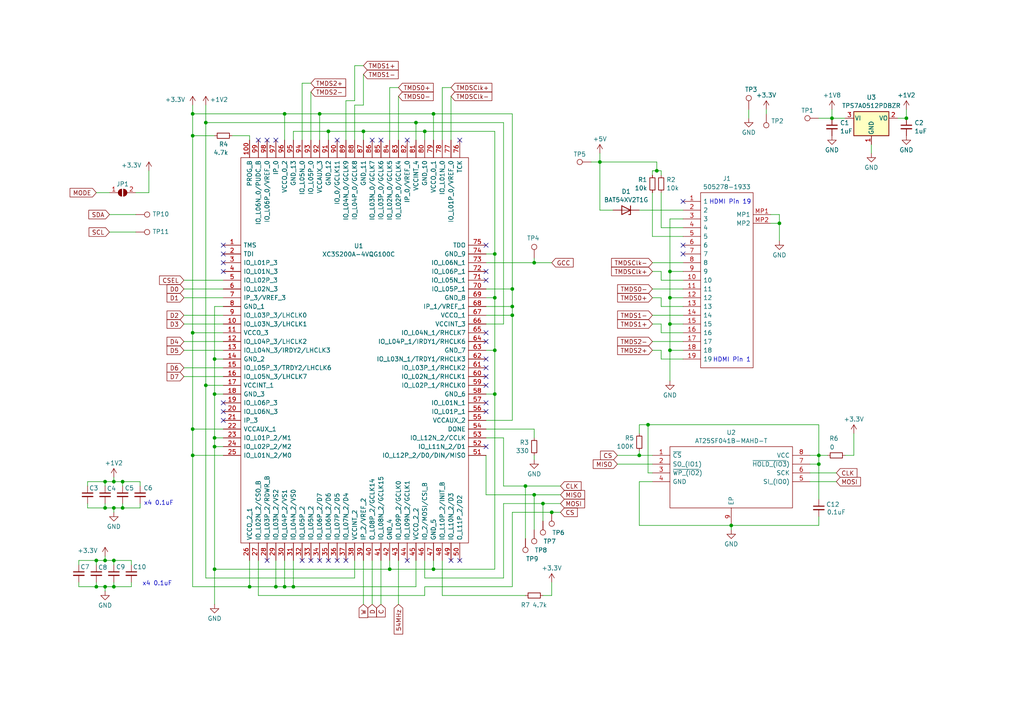
<source format=kicad_sch>
(kicad_sch (version 20240101) (generator "eeschema") (generator_version "8.99")
  (paper "A4")
  (junction (at 212.09 152.4))
  (junction (at 82.55 33.02))
  (junction (at 27.94 170.18))
  (junction (at 55.88 96.52))
  (junction (at 143.51 86.36))
  (junction (at 62.23 127))
  (junction (at 80.01 170.18))
  (junction (at 59.69 35.56))
  (junction (at 92.71 33.02))
  (junction (at 152.4 140.97))
  (junction (at 148.59 83.82))
  (junction (at 55.88 124.46))
  (junction (at 30.48 139.7))
  (junction (at 190.5 49.53))
  (junction (at 194.31 93.98))
  (junction (at 120.65 35.56))
  (junction (at 35.56 139.7))
  (junction (at 59.69 111.76))
  (junction (at 237.49 132.08))
  (junction (at 143.51 73.66))
  (junction (at 82.55 170.18))
  (junction (at 33.02 162.56))
  (junction (at 62.23 104.14))
  (junction (at 105.41 38.1))
  (junction (at 33.02 139.7))
  (junction (at 148.59 91.44))
  (junction (at 143.51 101.6))
  (junction (at 194.31 101.6))
  (junction (at 237.49 134.62))
  (junction (at 123.19 38.1))
  (junction (at 30.48 162.56))
  (junction (at 30.48 170.18))
  (junction (at 160.02 148.59))
  (junction (at 154.94 76.2))
  (junction (at 85.09 170.18))
  (junction (at 113.03 165.1))
  (junction (at 148.59 88.9))
  (junction (at 262.89 34.29))
  (junction (at 194.31 86.36))
  (junction (at 157.48 146.05))
  (junction (at 226.06 64.77))
  (junction (at 95.25 38.1))
  (junction (at 125.73 165.1))
  (junction (at 35.56 147.32))
  (junction (at 30.48 147.32))
  (junction (at 62.23 114.3))
  (junction (at 125.73 33.02))
  (junction (at 55.88 132.08))
  (junction (at 62.23 165.1))
  (junction (at 185.42 132.08))
  (junction (at 33.02 147.32))
  (junction (at 72.39 170.18))
  (junction (at 55.88 39.37))
  (junction (at 27.94 162.56))
  (junction (at 33.02 170.18))
  (junction (at 55.88 33.02))
  (junction (at 143.51 114.3))
  (junction (at 241.3 34.29))
  (junction (at 154.94 143.51))
  (junction (at 173.99 46.99))
  (junction (at 194.31 78.74))
  (junction (at 187.96 123.19))
  (junction (at 62.23 129.54))
  (no_connect (at 64.77 121.92))
  (no_connect (at 198.12 71.12))
  (no_connect (at 140.97 104.14))
  (no_connect (at 140.97 129.54))
  (no_connect (at 140.97 109.22))
  (no_connect (at 64.77 116.84))
  (no_connect (at 140.97 71.12))
  (no_connect (at 140.97 119.38))
  (no_connect (at 140.97 78.74))
  (no_connect (at 198.12 73.66))
  (no_connect (at 74.93 40.64))
  (no_connect (at 97.79 162.56))
  (no_connect (at 140.97 106.68))
  (no_connect (at 198.12 58.42))
  (no_connect (at 140.97 111.76))
  (no_connect (at 133.35 162.56))
  (no_connect (at 140.97 99.06))
  (no_connect (at 110.49 40.64))
  (no_connect (at 64.77 71.12))
  (no_connect (at 97.79 40.64))
  (no_connect (at 140.97 81.28))
  (no_connect (at 95.25 162.56))
  (no_connect (at 92.71 162.56))
  (no_connect (at 64.77 76.2))
  (no_connect (at 64.77 78.74))
  (no_connect (at 77.47 162.56))
  (no_connect (at 64.77 73.66))
  (no_connect (at 77.47 40.64))
  (no_connect (at 90.17 162.56))
  (no_connect (at 107.95 40.64))
  (no_connect (at 133.35 40.64))
  (no_connect (at 118.11 40.64))
  (no_connect (at 80.01 40.64))
  (no_connect (at 87.63 162.56))
  (no_connect (at 140.97 116.84))
  (no_connect (at 140.97 96.52))
  (no_connect (at 100.33 162.56))
  (no_connect (at 130.81 162.56))
  (no_connect (at 118.11 162.56))
  (no_connect (at 64.77 119.38))
  (wire (pts (xy 212.09 152.4) (xy 212.09 153.67)))
  (wire (pts (xy 33.02 139.7) (xy 35.56 139.7)))
  (wire (pts (xy 22.86 163.83) (xy 22.86 162.56)))
  (wire (pts (xy 148.59 121.92) (xy 140.97 121.92)))
  (wire (pts (xy 185.42 125.73) (xy 185.42 123.19)))
  (wire (pts (xy 113.03 25.4) (xy 113.03 40.64)))
  (wire (pts (xy 130.81 27.94) (xy 130.81 40.64)))
  (wire (pts (xy 189.23 49.53) (xy 190.5 49.53)))
  (wire (pts (xy 226.06 69.85) (xy 226.06 64.77)))
  (wire (pts (xy 148.59 33.02) (xy 148.59 83.82)))
  (wire (pts (xy 22.86 168.91) (xy 22.86 170.18)))
  (wire (pts (xy 53.34 99.06) (xy 64.77 99.06)))
  (wire (pts (xy 67.31 39.37) (xy 72.39 39.37)))
  (wire (pts (xy 27.94 168.91) (xy 27.94 170.18)))
  (wire (pts (xy 194.31 101.6) (xy 194.31 93.98)))
  (wire (pts (xy 146.05 93.98) (xy 140.97 93.98)))
  (wire (pts (xy 154.94 143.51) (xy 154.94 153.67)))
  (wire (pts (xy 143.51 73.66) (xy 143.51 38.1)))
  (wire (pts (xy 33.02 147.32) (xy 33.02 148.59)))
  (wire (pts (xy 27.94 162.56) (xy 27.94 163.83)))
  (wire (pts (xy 102.87 29.21) (xy 100.33 29.21)))
  (wire (pts (xy 62.23 127) (xy 64.77 127)))
  (wire (pts (xy 189.23 86.36) (xy 191.77 86.36)))
  (wire (pts (xy 74.93 162.56) (xy 74.93 172.72)))
  (wire (pts (xy 173.99 60.96) (xy 173.99 46.99)))
  (wire (pts (xy 189.23 101.6) (xy 191.77 101.6)))
  (wire (pts (xy 115.57 162.56) (xy 115.57 175.26)))
  (wire (pts (xy 173.99 44.45) (xy 173.99 46.99)))
  (wire (pts (xy 154.94 127) (xy 154.94 124.46)))
  (wire (pts (xy 226.06 62.23) (xy 223.52 62.23)))
  (wire (pts (xy 173.99 46.99) (xy 190.5 46.99)))
  (wire (pts (xy 59.69 167.64) (xy 102.87 167.64)))
  (wire (pts (xy 140.97 114.3) (xy 143.51 114.3)))
  (wire (pts (xy 62.23 165.1) (xy 113.03 165.1)))
  (wire (pts (xy 194.31 78.74) (xy 198.12 78.74)))
  (wire (pts (xy 95.25 38.1) (xy 95.25 40.64)))
  (wire (pts (xy 33.02 138.43) (xy 33.02 139.7)))
  (wire (pts (xy 185.42 60.96) (xy 198.12 60.96)))
  (wire (pts (xy 140.97 124.46) (xy 154.94 124.46)))
  (wire (pts (xy 260.35 34.29) (xy 262.89 34.29)))
  (wire (pts (xy 25.4 140.97) (xy 25.4 139.7)))
  (wire (pts (xy 30.48 170.18) (xy 33.02 170.18)))
  (wire (pts (xy 194.31 78.74) (xy 194.31 63.5)))
  (wire (pts (xy 148.59 91.44) (xy 148.59 121.92)))
  (wire (pts (xy 35.56 139.7) (xy 40.64 139.7)))
  (wire (pts (xy 146.05 167.64) (xy 146.05 146.05)))
  (wire (pts (xy 140.97 143.51) (xy 154.94 143.51)))
  (wire (pts (xy 53.34 83.82) (xy 64.77 83.82)))
  (wire (pts (xy 125.73 165.1) (xy 143.51 165.1)))
  (wire (pts (xy 35.56 139.7) (xy 35.56 140.97)))
  (wire (pts (xy 92.71 33.02) (xy 92.71 40.64)))
  (wire (pts (xy 25.4 146.05) (xy 25.4 147.32)))
  (wire (pts (xy 189.23 93.98) (xy 191.77 93.98)))
  (wire (pts (xy 31.75 62.23) (xy 39.37 62.23)))
  (wire (pts (xy 25.4 139.7) (xy 30.48 139.7)))
  (wire (pts (xy 80.01 170.18) (xy 82.55 170.18)))
  (wire (pts (xy 38.1 163.83) (xy 38.1 162.56)))
  (wire (pts (xy 30.48 146.05) (xy 30.48 147.32)))
  (wire (pts (xy 102.87 30.48) (xy 105.41 30.48)))
  (wire (pts (xy 59.69 35.56) (xy 59.69 111.76)))
  (wire (pts (xy 189.23 83.82) (xy 198.12 83.82)))
  (wire (pts (xy 140.97 76.2) (xy 154.94 76.2)))
  (wire (pts (xy 55.88 96.52) (xy 64.77 96.52)))
  (wire (pts (xy 38.1 168.91) (xy 38.1 170.18)))
  (wire (pts (xy 143.51 165.1) (xy 143.51 114.3)))
  (wire (pts (xy 123.19 162.56) (xy 123.19 167.64)))
  (wire (pts (xy 105.41 38.1) (xy 105.41 40.64)))
  (wire (pts (xy 123.19 38.1) (xy 105.41 38.1)))
  (wire (pts (xy 30.48 161.29) (xy 30.48 162.56)))
  (wire (pts (xy 194.31 93.98) (xy 198.12 93.98)))
  (wire (pts (xy 140.97 73.66) (xy 143.51 73.66)))
  (wire (pts (xy 110.49 162.56) (xy 110.49 175.26)))
  (wire (pts (xy 102.87 19.05) (xy 102.87 29.21)))
  (wire (pts (xy 31.75 67.31) (xy 39.37 67.31)))
  (wire (pts (xy 53.34 86.36) (xy 64.77 86.36)))
  (wire (pts (xy 40.64 146.05) (xy 40.64 147.32)))
  (wire (pts (xy 198.12 88.9) (xy 191.77 88.9)))
  (wire (pts (xy 123.19 170.18) (xy 148.59 170.18)))
  (wire (pts (xy 146.05 127) (xy 146.05 140.97)))
  (wire (pts (xy 148.59 88.9) (xy 148.59 91.44)))
  (wire (pts (xy 190.5 49.53) (xy 191.77 49.53)))
  (wire (pts (xy 30.48 139.7) (xy 30.48 140.97)))
  (wire (pts (xy 53.34 106.68) (xy 64.77 106.68)))
  (wire (pts (xy 62.23 129.54) (xy 62.23 165.1)))
  (wire (pts (xy 185.42 123.19) (xy 187.96 123.19)))
  (wire (pts (xy 237.49 152.4) (xy 237.49 149.86)))
  (wire (pts (xy 53.34 93.98) (xy 64.77 93.98)))
  (wire (pts (xy 27.94 170.18) (xy 30.48 170.18)))
  (wire (pts (xy 55.88 170.18) (xy 72.39 170.18)))
  (wire (pts (xy 189.23 78.74) (xy 191.77 78.74)))
  (wire (pts (xy 64.77 111.76) (xy 59.69 111.76)))
  (wire (pts (xy 189.23 137.16) (xy 187.96 137.16)))
  (wire (pts (xy 146.05 93.98) (xy 146.05 35.56)))
  (wire (pts (xy 191.77 66.04) (xy 198.12 66.04)))
  (wire (pts (xy 237.49 123.19) (xy 237.49 132.08)))
  (wire (pts (xy 185.42 132.08) (xy 189.23 132.08)))
  (wire (pts (xy 85.09 38.1) (xy 95.25 38.1)))
  (wire (pts (xy 189.23 55.88) (xy 189.23 68.58)))
  (wire (pts (xy 43.18 49.53) (xy 43.18 55.88)))
  (wire (pts (xy 55.88 132.08) (xy 55.88 170.18)))
  (wire (pts (xy 113.03 162.56) (xy 113.03 165.1)))
  (wire (pts (xy 55.88 124.46) (xy 64.77 124.46)))
  (wire (pts (xy 55.88 33.02) (xy 55.88 39.37)))
  (wire (pts (xy 262.89 31.75) (xy 262.89 34.29)))
  (wire (pts (xy 105.41 21.59) (xy 105.41 30.48)))
  (wire (pts (xy 125.73 162.56) (xy 125.73 165.1)))
  (wire (pts (xy 22.86 162.56) (xy 27.94 162.56)))
  (wire (pts (xy 222.25 31.75) (xy 222.25 33.02)))
  (wire (pts (xy 160.02 148.59) (xy 162.56 148.59)))
  (wire (pts (xy 143.51 86.36) (xy 143.51 73.66)))
  (wire (pts (xy 72.39 170.18) (xy 72.39 162.56)))
  (wire (pts (xy 25.4 147.32) (xy 30.48 147.32)))
  (wire (pts (xy 62.23 104.14) (xy 64.77 104.14)))
  (wire (pts (xy 64.77 88.9) (xy 62.23 88.9)))
  (wire (pts (xy 189.23 99.06) (xy 198.12 99.06)))
  (wire (pts (xy 140.97 88.9) (xy 148.59 88.9)))
  (wire (pts (xy 113.03 165.1) (xy 125.73 165.1)))
  (wire (pts (xy 85.09 170.18) (xy 120.65 170.18)))
  (wire (pts (xy 140.97 101.6) (xy 143.51 101.6)))
  (wire (pts (xy 30.48 170.18) (xy 30.48 171.45)))
  (wire (pts (xy 191.77 81.28) (xy 191.77 78.74)))
  (wire (pts (xy 237.49 132.08) (xy 237.49 134.62)))
  (wire (pts (xy 140.97 86.36) (xy 143.51 86.36)))
  (wire (pts (xy 59.69 35.56) (xy 120.65 35.56)))
  (wire (pts (xy 40.64 139.7) (xy 40.64 140.97)))
  (wire (pts (xy 212.09 152.4) (xy 237.49 152.4)))
  (wire (pts (xy 105.41 19.05) (xy 102.87 19.05)))
  (wire (pts (xy 80.01 162.56) (xy 80.01 170.18)))
  (wire (pts (xy 33.02 162.56) (xy 38.1 162.56)))
  (wire (pts (xy 53.34 101.6) (xy 64.77 101.6)))
  (wire (pts (xy 237.49 132.08) (xy 240.03 132.08)))
  (wire (pts (xy 185.42 139.7) (xy 185.42 152.4)))
  (wire (pts (xy 30.48 139.7) (xy 33.02 139.7)))
  (wire (pts (xy 55.88 132.08) (xy 64.77 132.08)))
  (wire (pts (xy 72.39 40.64) (xy 72.39 39.37)))
  (wire (pts (xy 82.55 170.18) (xy 85.09 170.18)))
  (wire (pts (xy 191.77 104.14) (xy 191.77 101.6)))
  (wire (pts (xy 189.23 68.58) (xy 198.12 68.58)))
  (wire (pts (xy 245.11 132.08) (xy 247.65 132.08)))
  (wire (pts (xy 241.3 34.29) (xy 245.11 34.29)))
  (wire (pts (xy 194.31 93.98) (xy 194.31 86.36)))
  (wire (pts (xy 130.81 25.4) (xy 128.27 25.4)))
  (wire (pts (xy 234.95 134.62) (xy 237.49 134.62)))
  (wire (pts (xy 113.03 25.4) (xy 115.57 25.4)))
  (wire (pts (xy 198.12 81.28) (xy 191.77 81.28)))
  (wire (pts (xy 140.97 132.08) (xy 140.97 143.51)))
  (wire (pts (xy 125.73 33.02) (xy 125.73 40.64)))
  (wire (pts (xy 140.97 83.82) (xy 148.59 83.82)))
  (wire (pts (xy 148.59 91.44) (xy 140.97 91.44)))
  (wire (pts (xy 241.3 31.75) (xy 241.3 34.29)))
  (wire (pts (xy 177.8 60.96) (xy 173.99 60.96)))
  (wire (pts (xy 33.02 170.18) (xy 38.1 170.18)))
  (wire (pts (xy 123.19 172.72) (xy 123.19 170.18)))
  (wire (pts (xy 30.48 162.56) (xy 33.02 162.56)))
  (wire (pts (xy 160.02 172.72) (xy 157.48 172.72)))
  (wire (pts (xy 102.87 40.64) (xy 102.87 30.48)))
  (wire (pts (xy 90.17 26.67) (xy 90.17 40.64)))
  (wire (pts (xy 22.86 170.18) (xy 27.94 170.18)))
  (wire (pts (xy 120.65 35.56) (xy 120.65 40.64)))
  (wire (pts (xy 237.49 34.29) (xy 241.3 34.29)))
  (wire (pts (xy 154.94 143.51) (xy 162.56 143.51)))
  (wire (pts (xy 55.88 33.02) (xy 82.55 33.02)))
  (wire (pts (xy 189.23 76.2) (xy 198.12 76.2)))
  (wire (pts (xy 105.41 162.56) (xy 105.41 175.26)))
  (wire (pts (xy 85.09 40.64) (xy 85.09 38.1)))
  (wire (pts (xy 179.07 134.62) (xy 189.23 134.62)))
  (wire (pts (xy 187.96 123.19) (xy 237.49 123.19)))
  (wire (pts (xy 33.02 147.32) (xy 35.56 147.32)))
  (wire (pts (xy 154.94 76.2) (xy 160.02 76.2)))
  (wire (pts (xy 237.49 134.62) (xy 237.49 144.78)))
  (wire (pts (xy 55.88 39.37) (xy 55.88 96.52)))
  (wire (pts (xy 148.59 170.18) (xy 148.59 148.59)))
  (wire (pts (xy 30.48 147.32) (xy 33.02 147.32)))
  (wire (pts (xy 190.5 46.99) (xy 190.5 49.53)))
  (wire (pts (xy 152.4 140.97) (xy 162.56 140.97)))
  (wire (pts (xy 35.56 147.32) (xy 40.64 147.32)))
  (wire (pts (xy 146.05 140.97) (xy 152.4 140.97)))
  (wire (pts (xy 82.55 33.02) (xy 82.55 40.64)))
  (wire (pts (xy 62.23 88.9) (xy 62.23 104.14)))
  (wire (pts (xy 247.65 125.73) (xy 247.65 132.08)))
  (wire (pts (xy 125.73 33.02) (xy 148.59 33.02)))
  (wire (pts (xy 198.12 104.14) (xy 191.77 104.14)))
  (wire (pts (xy 189.23 139.7) (xy 185.42 139.7)))
  (wire (pts (xy 82.55 33.02) (xy 92.71 33.02)))
  (wire (pts (xy 154.94 132.08) (xy 154.94 133.35)))
  (wire (pts (xy 62.23 114.3) (xy 62.23 127)))
  (wire (pts (xy 33.02 168.91) (xy 33.02 170.18)))
  (wire (pts (xy 62.23 114.3) (xy 64.77 114.3)))
  (wire (pts (xy 160.02 168.91) (xy 160.02 172.72)))
  (wire (pts (xy 92.71 33.02) (xy 125.73 33.02)))
  (wire (pts (xy 120.65 170.18) (xy 120.65 162.56)))
  (wire (pts (xy 53.34 109.22) (xy 64.77 109.22)))
  (wire (pts (xy 140.97 127) (xy 146.05 127)))
  (wire (pts (xy 194.31 63.5) (xy 198.12 63.5)))
  (wire (pts (xy 143.51 101.6) (xy 143.51 86.36)))
  (wire (pts (xy 27.94 55.88) (xy 31.75 55.88)))
  (wire (pts (xy 234.95 132.08) (xy 237.49 132.08)))
  (wire (pts (xy 55.88 96.52) (xy 55.88 124.46)))
  (wire (pts (xy 87.63 24.13) (xy 87.63 40.64)))
  (wire (pts (xy 62.23 129.54) (xy 64.77 129.54)))
  (wire (pts (xy 143.51 38.1) (xy 123.19 38.1)))
  (wire (pts (xy 171.45 46.99) (xy 173.99 46.99)))
  (wire (pts (xy 191.77 86.36) (xy 191.77 88.9)))
  (wire (pts (xy 55.88 30.48) (xy 55.88 33.02)))
  (wire (pts (xy 74.93 172.72) (xy 123.19 172.72)))
  (wire (pts (xy 123.19 38.1) (xy 123.19 40.64)))
  (wire (pts (xy 189.23 50.8) (xy 189.23 49.53)))
  (wire (pts (xy 157.48 146.05) (xy 162.56 146.05)))
  (wire (pts (xy 191.77 55.88) (xy 191.77 66.04)))
  (wire (pts (xy 143.51 114.3) (xy 143.51 101.6)))
  (wire (pts (xy 55.88 124.46) (xy 55.88 132.08)))
  (wire (pts (xy 128.27 25.4) (xy 128.27 40.64)))
  (wire (pts (xy 148.59 148.59) (xy 160.02 148.59)))
  (wire (pts (xy 191.77 49.53) (xy 191.77 50.8)))
  (wire (pts (xy 59.69 30.48) (xy 59.69 35.56)))
  (wire (pts (xy 223.52 64.77) (xy 226.06 64.77)))
  (wire (pts (xy 217.17 31.75) (xy 217.17 34.29)))
  (wire (pts (xy 154.94 74.93) (xy 154.94 76.2)))
  (wire (pts (xy 82.55 162.56) (xy 82.55 170.18)))
  (wire (pts (xy 115.57 27.94) (xy 115.57 40.64)))
  (wire (pts (xy 152.4 140.97) (xy 152.4 156.21)))
  (wire (pts (xy 27.94 162.56) (xy 30.48 162.56)))
  (wire (pts (xy 85.09 162.56) (xy 85.09 170.18)))
  (wire (pts (xy 33.02 162.56) (xy 33.02 163.83)))
  (wire (pts (xy 194.31 101.6) (xy 198.12 101.6)))
  (wire (pts (xy 194.31 86.36) (xy 194.31 78.74)))
  (wire (pts (xy 59.69 111.76) (xy 59.69 167.64)))
  (wire (pts (xy 53.34 91.44) (xy 64.77 91.44)))
  (wire (pts (xy 185.42 130.81) (xy 185.42 132.08)))
  (wire (pts (xy 128.27 172.72) (xy 152.4 172.72)))
  (wire (pts (xy 146.05 35.56) (xy 120.65 35.56)))
  (wire (pts (xy 194.31 110.49) (xy 194.31 101.6)))
  (wire (pts (xy 72.39 170.18) (xy 80.01 170.18)))
  (wire (pts (xy 53.34 81.28) (xy 64.77 81.28)))
  (wire (pts (xy 234.95 139.7) (xy 242.57 139.7)))
  (wire (pts (xy 105.41 38.1) (xy 95.25 38.1)))
  (wire (pts (xy 100.33 29.21) (xy 100.33 40.64)))
  (wire (pts (xy 187.96 123.19) (xy 187.96 137.16)))
  (wire (pts (xy 191.77 96.52) (xy 198.12 96.52)))
  (wire (pts (xy 123.19 167.64) (xy 146.05 167.64)))
  (wire (pts (xy 252.73 41.91) (xy 252.73 44.45)))
  (wire (pts (xy 39.37 55.88) (xy 43.18 55.88)))
  (wire (pts (xy 55.88 39.37) (xy 62.23 39.37)))
  (wire (pts (xy 194.31 86.36) (xy 198.12 86.36)))
  (wire (pts (xy 62.23 127) (xy 62.23 129.54)))
  (wire (pts (xy 179.07 132.08) (xy 185.42 132.08)))
  (wire (pts (xy 62.23 165.1) (xy 62.23 175.26)))
  (wire (pts (xy 128.27 162.56) (xy 128.27 172.72)))
  (wire (pts (xy 146.05 146.05) (xy 157.48 146.05)))
  (wire (pts (xy 102.87 167.64) (xy 102.87 162.56)))
  (wire (pts (xy 62.23 104.14) (xy 62.23 114.3)))
  (wire (pts (xy 35.56 146.05) (xy 35.56 147.32)))
  (wire (pts (xy 157.48 146.05) (xy 157.48 151.13)))
  (wire (pts (xy 189.23 91.44) (xy 198.12 91.44)))
  (wire (pts (xy 148.59 83.82) (xy 148.59 88.9)))
  (wire (pts (xy 226.06 64.77) (xy 226.06 62.23)))
  (wire (pts (xy 185.42 152.4) (xy 212.09 152.4)))
  (wire (pts (xy 107.95 162.56) (xy 107.95 175.26)))
  (wire (pts (xy 87.63 24.13) (xy 90.17 24.13)))
  (wire (pts (xy 191.77 93.98) (xy 191.77 96.52)))
  (wire (pts (xy 234.95 137.16) (xy 242.57 137.16)))
  (text "HDMI Pin 1" (at 212.2821 104.4417 0) (effects (font (size 1.27 1.27))))
  (text "x4 0.1uF" (at 45.6052 169.3341 0) (effects (font (size 1.27 1.27))))
  (text "x4 0.1uF" (at 46.0408 146.0051 0) (effects (font (size 1.27 1.27))))
  (text "HDMI Pin 19" (at 211.7953 58.6513 0) (effects (font (size 1.27 1.27))))
  (global_label "TMDS1-" (shape input) (at 189.23 91.44 180) (property "Intersheetrefs" "${INTERSHEET_REFS}" (effects (hide yes))))
  (global_label "CLK" (shape input) (at 162.56 140.97 0) (property "Intersheetrefs" "${INTERSHEET_REFS}" (effects (hide yes))))
  (global_label "SCL" (shape input) (at 31.75 67.31 180) (property "Intersheetrefs" "${INTERSHEET_REFS}" (effects (hide yes))))
  (global_label "D5" (shape input) (at 53.34 101.6 180) (property "Intersheetrefs" "${INTERSHEET_REFS}" (effects (hide yes))))
  (global_label "TMDSClk-" (shape input) (at 130.81 27.94 0) (property "Intersheetrefs" "${INTERSHEET_REFS}" (effects (hide yes))))
  (global_label "D" (shape input) (at 107.95 175.26 270) (property "Intersheetrefs" "${INTERSHEET_REFS}" (effects (hide yes))))
  (global_label "D0" (shape input) (at 53.34 83.82 180) (property "Intersheetrefs" "${INTERSHEET_REFS}" (effects (hide yes))))
  (global_label "TMDS2+" (shape input) (at 189.23 101.6 180) (property "Intersheetrefs" "${INTERSHEET_REFS}" (effects (hide yes))))
  (global_label "TMDSClk-" (shape input) (at 189.23 76.2 180) (property "Intersheetrefs" "${INTERSHEET_REFS}" (effects (hide yes))))
  (global_label "TMDSClk+" (shape input) (at 189.23 78.74 180) (property "Intersheetrefs" "${INTERSHEET_REFS}" (effects (hide yes))))
  (global_label "CS" (shape input) (at 179.07 132.08 180) (property "Intersheetrefs" "${INTERSHEET_REFS}" (effects (hide yes))))
  (global_label "TMDS2-" (shape input) (at 90.17 26.67 0) (property "Intersheetrefs" "${INTERSHEET_REFS}" (effects (hide yes))))
  (global_label "TMDSClk+" (shape input) (at 130.81 25.4 0) (property "Intersheetrefs" "${INTERSHEET_REFS}" (effects (hide yes))))
  (global_label "TMDS0+" (shape input) (at 115.57 25.4 0) (property "Intersheetrefs" "${INTERSHEET_REFS}" (effects (hide yes))))
  (global_label "MOSI" (shape input) (at 242.57 139.7 0) (property "Intersheetrefs" "${INTERSHEET_REFS}" (effects (hide yes))))
  (global_label "TMDS0-" (shape input) (at 189.23 83.82 180) (property "Intersheetrefs" "${INTERSHEET_REFS}" (effects (hide yes))))
  (global_label "D6" (shape input) (at 53.34 106.68 180) (property "Intersheetrefs" "${INTERSHEET_REFS}" (effects (hide yes))))
  (global_label "W" (shape input) (at 105.41 175.26 270) (property "Intersheetrefs" "${INTERSHEET_REFS}" (effects (hide yes))))
  (global_label "D3" (shape input) (at 53.34 93.98 180) (property "Intersheetrefs" "${INTERSHEET_REFS}" (effects (hide yes))))
  (global_label "CSEL" (shape input) (at 53.34 81.28 180) (property "Intersheetrefs" "${INTERSHEET_REFS}" (effects (hide yes))))
  (global_label "C" (shape input) (at 110.49 175.26 270) (property "Intersheetrefs" "${INTERSHEET_REFS}" (effects (hide yes))))
  (global_label "54MHz" (shape input) (at 115.57 175.26 270) (property "Intersheetrefs" "${INTERSHEET_REFS}" (effects (hide yes))))
  (global_label "CS" (shape input) (at 162.56 148.59 0) (property "Intersheetrefs" "${INTERSHEET_REFS}" (effects (hide yes))))
  (global_label "D2" (shape input) (at 53.34 91.44 180) (property "Intersheetrefs" "${INTERSHEET_REFS}" (effects (hide yes))))
  (global_label "TMDS2+" (shape input) (at 90.17 24.13 0) (property "Intersheetrefs" "${INTERSHEET_REFS}" (effects (hide yes))))
  (global_label "TMDS1+" (shape input) (at 189.23 93.98 180) (property "Intersheetrefs" "${INTERSHEET_REFS}" (effects (hide yes))))
  (global_label "SDA" (shape input) (at 31.75 62.23 180) (property "Intersheetrefs" "${INTERSHEET_REFS}" (effects (hide yes))))
  (global_label "TMDS1-" (shape input) (at 105.41 21.59 0) (property "Intersheetrefs" "${INTERSHEET_REFS}" (effects (hide yes))))
  (global_label "TMDS0-" (shape input) (at 115.57 27.94 0) (property "Intersheetrefs" "${INTERSHEET_REFS}" (effects (hide yes))))
  (global_label "MISO" (shape input) (at 179.07 134.62 180) (property "Intersheetrefs" "${INTERSHEET_REFS}" (effects (hide yes))))
  (global_label "D1" (shape input) (at 53.34 86.36 180) (property "Intersheetrefs" "${INTERSHEET_REFS}" (effects (hide yes))))
  (global_label "CLK" (shape input) (at 242.57 137.16 0) (property "Intersheetrefs" "${INTERSHEET_REFS}" (effects (hide yes))))
  (global_label "MOSI" (shape input) (at 162.56 146.05 0) (property "Intersheetrefs" "${INTERSHEET_REFS}" (effects (hide yes))))
  (global_label "TMDS0+" (shape input) (at 189.23 86.36 180) (property "Intersheetrefs" "${INTERSHEET_REFS}" (effects (hide yes))))
  (global_label "D7" (shape input) (at 53.34 109.22 180) (property "Intersheetrefs" "${INTERSHEET_REFS}" (effects (hide yes))))
  (global_label "MODE" (shape input) (at 27.94 55.88 180) (property "Intersheetrefs" "${INTERSHEET_REFS}" (effects (hide yes))))
  (global_label "D4" (shape input) (at 53.34 99.06 180) (property "Intersheetrefs" "${INTERSHEET_REFS}" (effects (hide yes))))
  (global_label "TMDS2-" (shape input) (at 189.23 99.06 180) (property "Intersheetrefs" "${INTERSHEET_REFS}" (effects (hide yes))))
  (global_label "GCC" (shape input) (at 160.02 76.2 0) (property "Intersheetrefs" "${INTERSHEET_REFS}" (effects (hide yes))))
  (global_label "TMDS1+" (shape input) (at 105.41 19.05 0) (property "Intersheetrefs" "${INTERSHEET_REFS}" (effects (hide yes))))
  (global_label "MISO" (shape input) (at 162.56 143.51 0) (property "Intersheetrefs" "${INTERSHEET_REFS}" (effects (hide yes))))
  (symbol (lib_id "Device:C_Small") (at 35.56 143.51 0) (unit 1)
    (property "Reference" "C5" (at 36.1742 141.5731 0) (effects (justify left)))
    (property "Value" "0.1uF" (effects (hide yes)))
    (property "Footprint" "Capacitor_SMD:C_0402_1005Metric" (effects (hide yes)))
    (property "Description" "Unpolarized capacitor, small symbol" (effects (hide yes)))
  )
  (symbol (lib_id "power:+5V") (at 173.99 44.45 0) (unit 1)
    (property "Reference" "#PWR011" (effects (hide yes)))
    (property "Value" "+5V" (at 173.99 40.3169 0))
    (property "Description" "Power symbol creates a global label with name \"+5V\"" (effects (hide yes)))
  )
  (symbol (lib_id "power:+3.3V") (at 43.18 49.53 0) (unit 1)
    (property "Reference" "#PWR025" (effects (hide yes)))
    (property "Value" "+3.3V" (at 38.1 47.9369 0))
    (property "Description" "Power symbol creates a global label with name \"+3.3V\"" (effects (hide yes)))
  )
  (symbol (lib_id "Device:C_Small") (at 30.48 143.51 0) (unit 1)
    (property "Reference" "C4" (at 30.9948 141.7054 0) (effects (justify left)))
    (property "Value" "0.1uF" (effects (hide yes)))
    (property "Footprint" "Capacitor_SMD:C_0402_1005Metric" (effects (hide yes)))
    (property "Description" "Unpolarized capacitor, small symbol" (effects (hide yes)))
  )
  (symbol (lib_id "power:+1V2") (at 59.69 30.48 0) (unit 1)
    (property "Reference" "#PWR013" (effects (hide yes)))
    (property "Value" "+1V2" (at 63.5 28.8869 0))
    (property "Description" "Power symbol creates a global label with name \"+1V2\"" (effects (hide yes)))
  )
  (symbol (lib_id "power:GND") (at 262.89 39.37 0) (unit 1)
    (property "Reference" "#PWR03" (effects (hide yes)))
    (property "Value" "GND" (at 262.89 43.5031 0))
    (property "Description" "Power symbol creates a global label with name \"GND\" , ground" (effects (hide yes)))
  )
  (symbol (lib_id "Device:C_Small") (at 241.3 36.83 0) (unit 1)
    (property "Reference" "C1" (at 243.6241 35.6241 0) (effects (justify left)))
    (property "Value" "1uF" (at 243.6241 38.0484 0) (effects (justify left)))
    (property "Footprint" "Capacitor_SMD:C_0402_1005Metric" (effects (hide yes)))
    (property "Description" "Unpolarized capacitor, small symbol" (effects (hide yes)))
  )
  (symbol (lib_id "Connector:TestPoint") (at 154.94 153.67 180) (unit 1)
    (property "Reference" "TP8" (at 155.067 159.5698 0) (effects (justify right)))
    (property "Value" "TestPoint" (effects (hide yes)))
    (property "Footprint" "SamacSys_Parts:TestPoint_Pad_D0.75mm" (effects (hide yes)))
    (property "Description" "test point" (effects (hide yes)))
  )
  (symbol (lib_id "power:GND") (at 194.31 110.49 0) (unit 1)
    (property "Reference" "#PWR010" (effects (hide yes)))
    (property "Value" "GND" (at 194.31 114.6231 0))
    (property "Description" "Power symbol creates a global label with name \"GND\" , ground" (effects (hide yes)))
  )
  (symbol (lib_id "SamacSys_Parts:XC3S200A-4VQG100C") (at 64.77 71.12 0) (unit 1)
    (property "Reference" "U1" (at 104.0249 71.325 0))
    (property "Value" "XC3S200A-4VQG100C" (at 104.0249 73.7493 0))
    (property "Footprint" "QFP50P1600X1600X120-100N" (effects (hide yes)))
    (property "Datasheet" "http://www.xilinx.com/support/documentation/data_sheets/ds529.pdf" (effects (hide yes)))
    (property "Description" "Spartan-3A FPGA 200k gates VQFP100 XC3S200A-4VQG100C, FPGA Spartan-3A 4032 Cells, 200000 Gates, 28672bit, 4032 Blocks, 1.14  1.26 V 100-Pin VTQFP" (effects (hide yes)))
    (property "Height" "1.2" (effects (hide yes)))
    (property "Mouser Part Number" "217-C3S200A-4VQG100C" (effects (hide yes)))
    (property "Mouser Price/Stock" "https://www.mouser.co.uk/ProductDetail/Xilinx/XC3S200A-4VQG100C?qs=rrS6PyfT74eGc8DZ2cmrnA%3D%3D" (effects (hide yes)))
    (property "Manufacturer_Name" "XILINX" (effects (hide yes)))
    (property "Manufacturer_Part_Number" "XC3S200A-4VQG100C" (effects (hide yes)))
  )
  (symbol (lib_id "Connector:TestPoint") (at 171.45 46.99 90) (unit 1)
    (property "Reference" "TP5" (at 168.148 44.7505 90))
    (property "Value" "TestPoint" (effects (hide yes)))
    (property "Footprint" "TestPoint:TestPoint_Pad_D1.0mm" (effects (hide yes)))
    (property "Description" "test point" (effects (hide yes)))
  )
  (symbol (lib_id "power:GND") (at 217.17 34.29 0) (unit 1)
    (property "Reference" "#PWR09" (effects (hide yes)))
    (property "Value" "GND" (at 217.17 38.4231 0))
    (property "Description" "Power symbol creates a global label with name \"GND\" , ground" (effects (hide yes)))
  )
  (symbol (lib_id "Regulator_Linear:AP2127N-1.2") (at 252.73 34.29 0) (unit 1)
    (property "Reference" "U3" (at 252.73 28.2405 0))
    (property "Value" "TPS7A0512PDBZR" (at 252.73 30.6648 0))
    (property "Footprint" "Package_TO_SOT_SMD:SOT-23" (effects (hide yes)))
  )
  (symbol (lib_id "power:GND") (at 154.94 133.35 0) (unit 1)
    (property "Reference" "#PWR012" (effects (hide yes)))
    (property "Value" "GND" (at 154.94 137.4831 0))
    (property "Description" "Power symbol creates a global label with name \"GND\" , ground" (effects (hide yes)))
  )
  (symbol (lib_id "Device:C_Small") (at 22.86 166.37 0) (unit 1)
    (property "Reference" "C7" (at 23.3112 164.4331 0) (effects (justify left)))
    (property "Value" "0.1uF" (effects (hide yes)))
    (property "Footprint" "Capacitor_SMD:C_0402_1005Metric" (effects (hide yes)))
    (property "Description" "Unpolarized capacitor, small symbol" (effects (hide yes)))
  )
  (symbol (lib_id "Device:R_Small") (at 189.23 53.34 0) (mirror y) (unit 1)
    (property "Reference" "R1" (at 187.7314 52.1278 0) (effects (justify left)))
    (property "Value" "10k" (at 187.7314 54.5521 0) (effects (justify left)))
    (property "Footprint" "Resistor_SMD:R_0402_1005Metric" (effects (hide yes)))
    (property "Description" "Resistor, small symbol" (effects (hide yes)))
  )
  (symbol (lib_id "SamacSys_Parts:AT25SF041B-MAHD-T") (at 189.23 132.08 0) (unit 1)
    (property "Reference" "U2" (at 212.09 125.4463 0))
    (property "Value" "AT25SF041B-MAHD-T" (at 212.09 127.8706 0))
    (property "Footprint" "SON50P300X200X60-9N-D" (effects (hide yes)))
    (property "Datasheet" "https://www.renesas.com/us/en/products/memory-logic/non-volatile-memory/spi-nor-flash/dual-quad-spi-memory/at25sf041b-4mbit-27v-minimum-spi-serial-flash-memory-dual-io-support" (effects (hide yes)))
    (property "Description" "The AT25SF041B is a member of our standard class code and data storage solutions designed for 3V systems in which program code is shadowed from Flash memory into embedded or external RAM for execution.The architecture includes erase block sizes that are optimized to meet the needs of today's code and data storage applications and three security register pages for unique device serialization, system-level Electronic Serial Number (ESN) storage, locked key storage, etc.	Universally compatible pinout and comma" (effects (hide yes)))
    (property "Height" "0.6" (effects (hide yes)))
    (property "Mouser Part Number" "988-AT25SF041BMAHDT" (effects (hide yes)))
    (property "Mouser Price/Stock" "https://www.mouser.co.uk/ProductDetail/Renesas-Dialog/AT25SF041B-MAHD-T?qs=IS%252B4QmGtzzqoh2maLIY0qQ%3D%3D" (effects (hide yes)))
    (property "Manufacturer_Name" "Renesas Electronics" (effects (hide yes)))
    (property "Manufacturer_Part_Number" "AT25SF041B-MAHD-T" (effects (hide yes)))
  )
  (symbol (lib_id "Connector:TestPoint") (at 152.4 156.21 180) (unit 1)
    (property "Reference" "TP9" (at 152.527 162.1098 0) (effects (justify right)))
    (property "Value" "TestPoint" (effects (hide yes)))
    (property "Footprint" "SamacSys_Parts:TestPoint_Pad_D0.75mm" (effects (hide yes)))
    (property "Description" "test point" (effects (hide yes)))
  )
  (symbol (lib_id "power:+3.3V") (at 30.48 161.29 0) (unit 1)
    (property "Reference" "#PWR017" (effects (hide yes)))
    (property "Value" "+3.3V" (at 25.4 159.6969 0))
    (property "Description" "Power symbol creates a global label with name \"+3.3V\"" (effects (hide yes)))
  )
  (symbol (lib_id "Device:C_Small") (at 38.1 166.37 0) (unit 1)
    (property "Reference" "C10" (at 38.5512 164.4331 0) (effects (justify left)))
    (property "Value" "0.1uF" (effects (hide yes)))
    (property "Footprint" "Capacitor_SMD:C_0402_1005Metric" (effects (hide yes)))
    (property "Description" "Unpolarized capacitor, small symbol" (effects (hide yes)))
  )
  (symbol (lib_id "power:GND") (at 252.73 44.45 0) (unit 1)
    (property "Reference" "#PWR01" (effects (hide yes)))
    (property "Value" "GND" (at 252.73 48.5831 0))
    (property "Description" "Power symbol creates a global label with name \"GND\" , ground" (effects (hide yes)))
  )
  (symbol (lib_id "Connector:TestPoint") (at 160.02 148.59 180) (unit 1)
    (property "Reference" "TP6" (at 160.147 154.4898 0) (effects (justify right)))
    (property "Value" "TestPoint" (effects (hide yes)))
    (property "Footprint" "SamacSys_Parts:TestPoint_Pad_D0.75mm" (effects (hide yes)))
    (property "Description" "test point" (effects (hide yes)))
  )
  (symbol (lib_id "Device:C_Small") (at 27.94 166.37 0) (unit 1)
    (property "Reference" "C8" (at 28.4548 164.5654 0) (effects (justify left)))
    (property "Value" "0.1uF" (effects (hide yes)))
    (property "Footprint" "Capacitor_SMD:C_0402_1005Metric" (effects (hide yes)))
    (property "Description" "Unpolarized capacitor, small symbol" (effects (hide yes)))
  )
  (symbol (lib_id "Device:R_Small") (at 64.77 39.37 90) (mirror x) (unit 1)
    (property "Reference" "R4" (at 66.1958 41.8382 90) (effects (justify left)))
    (property "Value" "4.7k" (at 66.1958 44.2625 90) (effects (justify left)))
    (property "Footprint" "Resistor_SMD:R_0402_1005Metric" (effects (hide yes)))
    (property "Description" "Resistor, small symbol" (effects (hide yes)))
  )
  (symbol (lib_id "Device:C_Small") (at 40.64 143.51 0) (unit 1)
    (property "Reference" "C6" (at 41.6055 141.5371 0) (effects (justify left)))
    (property "Value" "0.1uF" (effects (hide yes)))
    (property "Footprint" "Capacitor_SMD:C_0402_1005Metric" (effects (hide yes)))
    (property "Description" "Unpolarized capacitor, small symbol" (effects (hide yes)))
  )
  (symbol (lib_id "Device:C_Small") (at 262.89 36.83 0) (unit 1)
    (property "Reference" "C2" (at 265.2141 35.6241 0) (effects (justify left)))
    (property "Value" "1uF" (at 265.2141 38.0484 0) (effects (justify left)))
    (property "Footprint" "Capacitor_SMD:C_0402_1005Metric" (effects (hide yes)))
    (property "Description" "Unpolarized capacitor, small symbol" (effects (hide yes)))
  )
  (symbol (lib_id "Device:C_Small") (at 33.02 166.37 0) (unit 1)
    (property "Reference" "C9" (at 33.6342 164.4331 0) (effects (justify left)))
    (property "Value" "0.1uF" (effects (hide yes)))
    (property "Footprint" "Capacitor_SMD:C_0402_1005Metric" (effects (hide yes)))
    (property "Description" "Unpolarized capacitor, small symbol" (effects (hide yes)))
  )
  (symbol (lib_id "power:GND") (at 33.02 148.59 0) (unit 1)
    (property "Reference" "#PWR015" (effects (hide yes)))
    (property "Value" "GND" (at 33.02 152.7231 0))
    (property "Description" "Power symbol creates a global label with name \"GND\" , ground" (effects (hide yes)))
  )
  (symbol (lib_id "power:+3.3V") (at 160.02 168.91 0) (unit 1)
    (property "Reference" "#PWR019" (effects (hide yes)))
    (property "Value" "+3.3V" (at 160.02 164.7769 0))
    (property "Description" "Power symbol creates a global label with name \"+3.3V\"" (effects (hide yes)))
  )
  (symbol (lib_id "power:+1V8") (at 241.3 31.75 0) (unit 1)
    (property "Reference" "#PWR04" (effects (hide yes)))
    (property "Value" "+1V8" (at 241.3 27.6169 0))
    (property "Description" "Power symbol creates a global label with name \"+1V8\"" (effects (hide yes)))
  )
  (symbol (lib_id "power:GND") (at 62.23 175.26 0) (unit 1)
    (property "Reference" "#PWR06" (effects (hide yes)))
    (property "Value" "GND" (at 62.23 179.3931 0))
    (property "Description" "Power symbol creates a global label with name \"GND\" , ground" (effects (hide yes)))
  )
  (symbol (lib_id "power:+3.3V") (at 222.25 31.75 0) (unit 1)
    (property "Reference" "#PWR08" (effects (hide yes)))
    (property "Value" "+3.3V" (at 222.25 27.6169 0))
    (property "Description" "Power symbol creates a global label with name \"+3.3V\"" (effects (hide yes)))
  )
  (symbol (lib_id "power:+3.3V") (at 247.65 125.73 0) (unit 1)
    (property "Reference" "#PWR022" (effects (hide yes)))
    (property "Value" "+3.3V" (at 247.65 121.5969 0))
    (property "Description" "Power symbol creates a global label with name \"+3.3V\"" (effects (hide yes)))
  )
  (symbol (lib_id "Connector:TestPoint") (at 39.37 62.23 270) (unit 1)
    (property "Reference" "TP10" (at 49.0798 62.103 90) (effects (justify right)))
    (property "Value" "TestPoint" (effects (hide yes)))
    (property "Footprint" "SamacSys_Parts:TestPoint_Pad_D0.75mm" (effects (hide yes)))
    (property "Description" "test point" (effects (hide yes)))
  )
  (symbol (lib_id "Device:C_Small") (at 237.49 147.32 0) (unit 1)
    (property "Reference" "C12" (at 239.6071 146.3035 0) (effects (justify left)))
    (property "Value" "0.1uF" (at 239.8141 148.5384 0) (effects (justify left)))
    (property "Footprint" "Capacitor_SMD:C_0402_1005Metric" (effects (hide yes)))
    (property "Description" "Unpolarized capacitor, small symbol" (effects (hide yes)))
  )
  (symbol (lib_id "Connector:TestPoint") (at 157.48 151.13 180) (unit 1)
    (property "Reference" "TP7" (at 157.607 157.0298 0) (effects (justify right)))
    (property "Value" "TestPoint" (effects (hide yes)))
    (property "Footprint" "SamacSys_Parts:TestPoint_Pad_D0.75mm" (effects (hide yes)))
    (property "Description" "test point" (effects (hide yes)))
  )
  (symbol (lib_id "Device:R_Small") (at 154.94 172.72 90) (mirror x) (unit 1)
    (property "Reference" "R7" (at 153.7278 175.4886 90) (effects (justify left)))
    (property "Value" "4.7k" (at 158.6921 175.4886 90) (effects (justify left)))
    (property "Footprint" "Resistor_SMD:R_0402_1005Metric" (effects (hide yes)))
    (property "Description" "Resistor, small symbol" (effects (hide yes)))
  )
  (symbol (lib_id "SamacSys_Parts:505278-1933") (at 223.52 58.42 0) (mirror y) (unit 1)
    (property "Reference" "J1" (at 210.82 51.7863 0))
    (property "Value" "505278-1933" (at 210.82 54.2106 0))
    (property "Footprint" "5052781933" (effects (hide yes)))
    (property "Datasheet" "https://www.molex.com/pdm_docs/sd/5052781933_sd.pdf" (effects (hide yes)))
    (property "Description" "FFC & FPC Connectors 0.5 FFC ZIF BTM CONT 19Ckt R/A FRONT FLIP" (effects (hide yes)))
    (property "Height" "2.15" (effects (hide yes)))
    (property "Mouser Part Number" "538-505278-1933" (effects (hide yes)))
    (property "Mouser Price/Stock" "https://www.mouser.co.uk/ProductDetail/Molex/505278-1933?qs=c8NFF48pVsDT1Rm30ZuzyA%3D%3D" (effects (hide yes)))
    (property "Manufacturer_Name" "Molex" (effects (hide yes)))
    (property "Manufacturer_Part_Number" "505278-1933" (effects (hide yes)))
  )
  (symbol (lib_id "Device:R_Small") (at 185.42 128.27 0) (mirror y) (unit 1)
    (property "Reference" "R5" (at 183.9214 127.0578 0) (effects (justify left)))
    (property "Value" "100K" (at 183.9214 129.4821 0) (effects (justify left)))
    (property "Footprint" "Resistor_SMD:R_0402_1005Metric" (effects (hide yes)))
    (property "Description" "Resistor, small symbol" (effects (hide yes)))
  )
  (symbol (lib_id "power:+3.3V") (at 55.88 30.48 0) (unit 1)
    (property "Reference" "#PWR016" (effects (hide yes)))
    (property "Value" "+3.3V" (at 50.8 28.8869 0))
    (property "Description" "Power symbol creates a global label with name \"+3.3V\"" (effects (hide yes)))
  )
  (symbol (lib_id "power:+1V2") (at 262.89 31.75 0) (unit 1)
    (property "Reference" "#PWR05" (effects (hide yes)))
    (property "Value" "+1V2" (at 262.89 27.6169 0))
    (property "Description" "Power symbol creates a global label with name \"+1V2\"" (effects (hide yes)))
  )
  (symbol (lib_id "Connector:TestPoint") (at 237.49 34.29 90) (unit 1)
    (property "Reference" "TP1" (at 234.188 32.0505 90))
    (property "Value" "TestPoint" (effects (hide yes)))
    (property "Footprint" "TestPoint:TestPoint_Pad_D1.5mm" (effects (hide yes)))
    (property "Description" "test point" (effects (hide yes)))
  )
  (symbol (lib_id "Device:R_Small") (at 191.77 53.34 0) (unit 1)
    (property "Reference" "R2" (at 193.2686 52.1278 0) (effects (justify left)))
    (property "Value" "10k" (at 193.2686 54.5521 0) (effects (justify left)))
    (property "Footprint" "Resistor_SMD:R_0402_1005Metric" (effects (hide yes)))
    (property "Description" "Resistor, small symbol" (effects (hide yes)))
  )
  (symbol (lib_id "Device:R_Small") (at 242.57 132.08 270) (mirror x) (unit 1)
    (property "Reference" "R6" (at 240.5121 127.1676 90) (effects (justify left)))
    (property "Value" "0" (at 240.6278 129.7076 90) (effects (justify left)))
    (property "Footprint" "Resistor_SMD:R_0402_1005Metric" (effects (hide yes)))
    (property "Description" "Resistor, small symbol" (effects (hide yes)))
  )
  (symbol (lib_id "power:GND") (at 30.48 171.45 0) (unit 1)
    (property "Reference" "#PWR018" (effects (hide yes)))
    (property "Value" "GND" (at 30.48 175.5831 0))
    (property "Description" "Power symbol creates a global label with name \"GND\" , ground" (effects (hide yes)))
  )
  (symbol (lib_id "Diode:MM5Zxx") (at 181.61 60.96 180) (unit 1)
    (property "Reference" "D1" (at 181.61 55.5455 0))
    (property "Value" "BAT54XV2T1G" (at 181.61 57.9698 0))
    (property "Footprint" "Diode_SMD:D_SOD-523" (effects (hide yes)))
  )
  (symbol (lib_id "Connector:TestPoint") (at 154.94 74.93 0) (unit 1)
    (property "Reference" "TP4" (at 154.6395 69.088 0))
    (property "Value" "TestPoint" (effects (hide yes)))
    (property "Footprint" "TestPoint:TestPoint_Pad_D1.0mm" (effects (hide yes)))
    (property "Description" "test point" (effects (hide yes)))
  )
  (symbol (lib_id "Connector:TestPoint") (at 39.37 67.31 270) (unit 1)
    (property "Reference" "TP11" (at 49.0798 67.183 90) (effects (justify right)))
    (property "Value" "TestPoint" (effects (hide yes)))
    (property "Footprint" "SamacSys_Parts:TestPoint_Pad_D0.75mm" (effects (hide yes)))
    (property "Description" "test point" (effects (hide yes)))
  )
  (symbol (lib_id "Connector:TestPoint") (at 217.17 31.75 0) (unit 1)
    (property "Reference" "TP3" (at 216.027 25.9658 0) (effects (justify left)))
    (property "Value" "TestPoint" (effects (hide yes)))
    (property "Footprint" "TestPoint:TestPoint_Pad_D1.5mm" (effects (hide yes)))
    (property "Description" "test point" (effects (hide yes)))
  )
  (symbol (lib_id "power:GND") (at 226.06 69.85 0) (unit 1)
    (property "Reference" "#PWR07" (effects (hide yes)))
    (property "Value" "GND" (at 226.06 73.9831 0))
    (property "Description" "Power symbol creates a global label with name \"GND\" , ground" (effects (hide yes)))
  )
  (symbol (lib_id "power:+1V2") (at 33.02 138.43 0) (unit 1)
    (property "Reference" "#PWR014" (effects (hide yes)))
    (property "Value" "+1V2" (at 33.02 134.2969 0))
    (property "Description" "Power symbol creates a global label with name \"+1V2\"" (effects (hide yes)))
  )
  (symbol (lib_id "power:GND") (at 241.3 39.37 0) (unit 1)
    (property "Reference" "#PWR02" (effects (hide yes)))
    (property "Value" "GND" (at 241.3 43.5031 0))
    (property "Description" "Power symbol creates a global label with name \"GND\" , ground" (effects (hide yes)))
  )
  (symbol (lib_id "Jumper:SolderJumper_2_Open") (at 35.56 55.88 0) (unit 1)
    (property "Reference" "JP1" (at 35.56 53.3865 0))
    (property "Value" "SolderJumper_2_Open" (effects (hide yes)))
    (property "Footprint" "Jumper:SolderJumper-2_P1.3mm_Open_RoundedPad1.0x1.5mm" (effects (hide yes)))
    (property "Description" "Solder Jumper, 2-pole, open" (effects (hide yes)))
  )
  (symbol (lib_id "Device:R_Small") (at 154.94 129.54 0) (mirror y) (unit 1)
    (property "Reference" "R3" (at 153.4414 128.3278 0) (effects (justify left)))
    (property "Value" "330" (at 153.4414 130.7521 0) (effects (justify left)))
    (property "Footprint" "Resistor_SMD:R_0402_1005Metric" (effects (hide yes)))
    (property "Description" "Resistor, small symbol" (effects (hide yes)))
  )
  (symbol (lib_id "Device:C_Small") (at 25.4 143.51 0) (unit 1)
    (property "Reference" "C3" (at 25.8512 141.5731 0) (effects (justify left)))
    (property "Value" "0.1uF" (effects (hide yes)))
    (property "Footprint" "Capacitor_SMD:C_0402_1005Metric" (effects (hide yes)))
    (property "Description" "Unpolarized capacitor, small symbol" (effects (hide yes)))
  )
  (symbol (lib_id "power:GND") (at 212.09 153.67 0) (unit 1)
    (property "Reference" "#PWR021" (effects (hide yes)))
    (property "Value" "GND" (at 212.09 157.8031 0))
    (property "Description" "Power symbol creates a global label with name \"GND\" , ground" (effects (hide yes)))
  )
  (symbol (lib_id "Connector:TestPoint") (at 222.25 33.02 180) (unit 1)
    (property "Reference" "TP2" (at 223.647 35.1098 0) (effects (justify right)))
    (property "Value" "TestPoint" (effects (hide yes)))
    (property "Footprint" "TestPoint:TestPoint_Pad_D1.5mm" (effects (hide yes)))
    (property "Description" "test point" (effects (hide yes)))
  )
)
</source>
